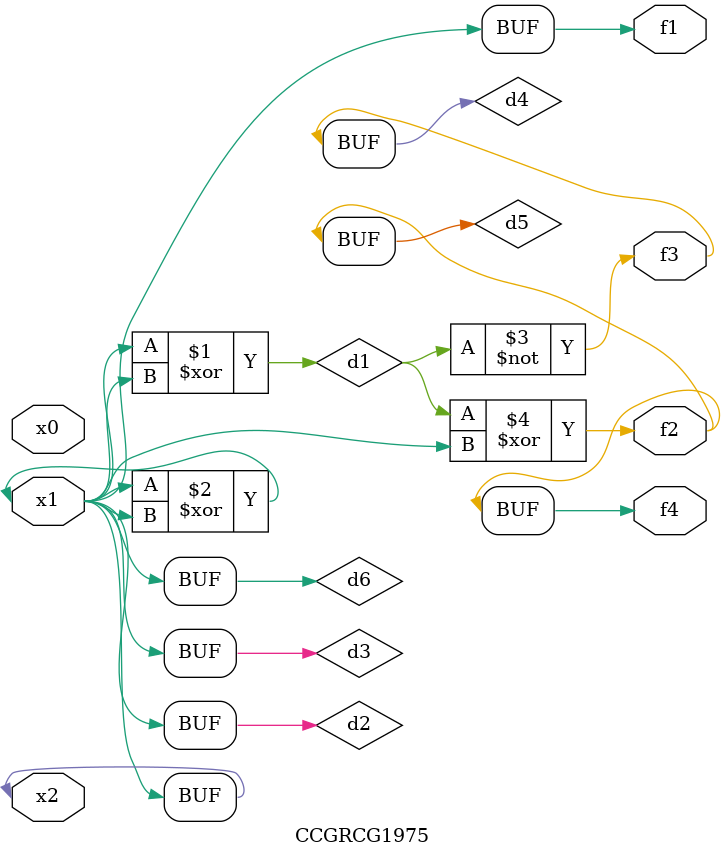
<source format=v>
module CCGRCG1975(
	input x0, x1, x2,
	output f1, f2, f3, f4
);

	wire d1, d2, d3, d4, d5, d6;

	xor (d1, x1, x2);
	buf (d2, x1, x2);
	xor (d3, x1, x2);
	nor (d4, d1);
	xor (d5, d1, d2);
	buf (d6, d2, d3);
	assign f1 = d6;
	assign f2 = d5;
	assign f3 = d4;
	assign f4 = d5;
endmodule

</source>
